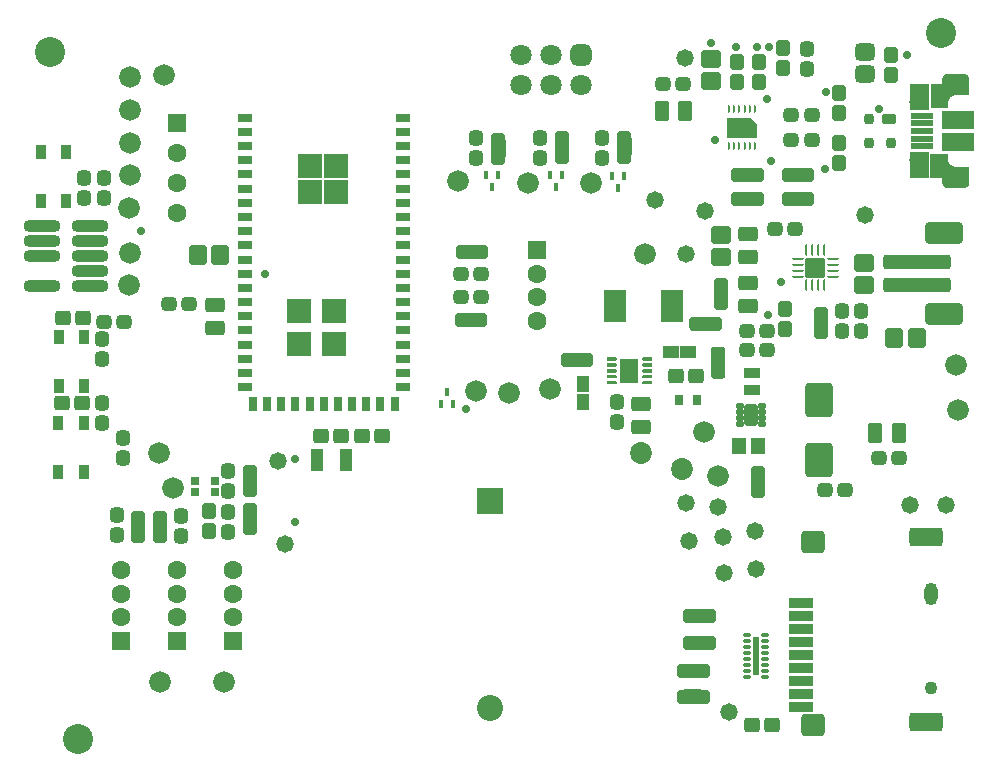
<source format=gts>
G04*
G04 #@! TF.GenerationSoftware,Altium Limited,Altium Designer,24.1.2 (44)*
G04*
G04 Layer_Color=8388736*
%FSLAX44Y44*%
%MOMM*%
G71*
G04*
G04 #@! TF.SameCoordinates,E849002E-D005-4F9B-B670-832AB9F5597C*
G04*
G04*
G04 #@! TF.FilePolarity,Negative*
G04*
G01*
G75*
%ADD25R,1.1000X1.9000*%
%ADD26R,0.4600X0.6500*%
%ADD37R,0.8000X0.9000*%
%ADD38R,1.3311X1.0121*%
G04:AMPARAMS|DCode=42|XSize=3.3mm|YSize=0.45mm|CornerRadius=0.045mm|HoleSize=0mm|Usage=FLASHONLY|Rotation=270.000|XOffset=0mm|YOffset=0mm|HoleType=Round|Shape=RoundedRectangle|*
%AMROUNDEDRECTD42*
21,1,3.3000,0.3600,0,0,270.0*
21,1,3.2100,0.4500,0,0,270.0*
1,1,0.0900,-0.1800,-1.6050*
1,1,0.0900,-0.1800,1.6050*
1,1,0.0900,0.1800,1.6050*
1,1,0.0900,0.1800,-1.6050*
%
%ADD42ROUNDEDRECTD42*%
G04:AMPARAMS|DCode=43|XSize=0.3mm|YSize=0.63mm|CornerRadius=0.03mm|HoleSize=0mm|Usage=FLASHONLY|Rotation=270.000|XOffset=0mm|YOffset=0mm|HoleType=Round|Shape=RoundedRectangle|*
%AMROUNDEDRECTD43*
21,1,0.3000,0.5700,0,0,270.0*
21,1,0.2400,0.6300,0,0,270.0*
1,1,0.0600,-0.2850,-0.1200*
1,1,0.0600,-0.2850,0.1200*
1,1,0.0600,0.2850,0.1200*
1,1,0.0600,0.2850,-0.1200*
%
%ADD43ROUNDEDRECTD43*%
G04:AMPARAMS|DCode=51|XSize=0.966mm|YSize=0.2393mm|CornerRadius=0.0598mm|HoleSize=0mm|Usage=FLASHONLY|Rotation=180.000|XOffset=0mm|YOffset=0mm|HoleType=Round|Shape=RoundedRectangle|*
%AMROUNDEDRECTD51*
21,1,0.9660,0.1196,0,0,180.0*
21,1,0.8464,0.2393,0,0,180.0*
1,1,0.1196,-0.4232,0.0598*
1,1,0.1196,0.4232,0.0598*
1,1,0.1196,0.4232,-0.0598*
1,1,0.1196,-0.4232,-0.0598*
%
%ADD51ROUNDEDRECTD51*%
G04:AMPARAMS|DCode=52|XSize=0.2393mm|YSize=0.966mm|CornerRadius=0.0598mm|HoleSize=0mm|Usage=FLASHONLY|Rotation=180.000|XOffset=0mm|YOffset=0mm|HoleType=Round|Shape=RoundedRectangle|*
%AMROUNDEDRECTD52*
21,1,0.2393,0.8464,0,0,180.0*
21,1,0.1196,0.9660,0,0,180.0*
1,1,0.1196,-0.0598,0.4232*
1,1,0.1196,0.0598,0.4232*
1,1,0.1196,0.0598,-0.4232*
1,1,0.1196,-0.0598,-0.4232*
%
%ADD52ROUNDEDRECTD52*%
%ADD53R,1.9050X2.7900*%
%ADD56R,1.0121X1.3311*%
%ADD58R,1.3500X0.9500*%
%ADD59R,1.2546X1.4562*%
%ADD63R,1.3000X0.8000*%
%ADD64R,0.8000X1.3000*%
%ADD65R,2.1000X2.1000*%
G04:AMPARAMS|DCode=66|XSize=1.2032mm|YSize=1.3032mm|CornerRadius=0.2266mm|HoleSize=0mm|Usage=FLASHONLY|Rotation=270.000|XOffset=0mm|YOffset=0mm|HoleType=Round|Shape=RoundedRectangle|*
%AMROUNDEDRECTD66*
21,1,1.2032,0.8500,0,0,270.0*
21,1,0.7500,1.3032,0,0,270.0*
1,1,0.4532,-0.4250,-0.3750*
1,1,0.4532,-0.4250,0.3750*
1,1,0.4532,0.4250,0.3750*
1,1,0.4532,0.4250,-0.3750*
%
%ADD66ROUNDEDRECTD66*%
G04:AMPARAMS|DCode=67|XSize=0.65mm|YSize=0.25mm|CornerRadius=0.0625mm|HoleSize=0mm|Usage=FLASHONLY|Rotation=270.000|XOffset=0mm|YOffset=0mm|HoleType=Round|Shape=RoundedRectangle|*
%AMROUNDEDRECTD67*
21,1,0.6500,0.1250,0,0,270.0*
21,1,0.5250,0.2500,0,0,270.0*
1,1,0.1250,-0.0625,-0.2625*
1,1,0.1250,-0.0625,0.2625*
1,1,0.1250,0.0625,0.2625*
1,1,0.1250,0.0625,-0.2625*
%
%ADD67ROUNDEDRECTD67*%
G04:AMPARAMS|DCode=68|XSize=1.1938mm|YSize=1.2954mm|CornerRadius=0.3493mm|HoleSize=0mm|Usage=FLASHONLY|Rotation=270.000|XOffset=0mm|YOffset=0mm|HoleType=Round|Shape=RoundedRectangle|*
%AMROUNDEDRECTD68*
21,1,1.1938,0.5969,0,0,270.0*
21,1,0.4953,1.2954,0,0,270.0*
1,1,0.6985,-0.2985,-0.2477*
1,1,0.6985,-0.2985,0.2477*
1,1,0.6985,0.2985,0.2477*
1,1,0.6985,0.2985,-0.2477*
%
%ADD68ROUNDEDRECTD68*%
G04:AMPARAMS|DCode=69|XSize=1.1938mm|YSize=1.2954mm|CornerRadius=0.3493mm|HoleSize=0mm|Usage=FLASHONLY|Rotation=0.000|XOffset=0mm|YOffset=0mm|HoleType=Round|Shape=RoundedRectangle|*
%AMROUNDEDRECTD69*
21,1,1.1938,0.5969,0,0,0.0*
21,1,0.4953,1.2954,0,0,0.0*
1,1,0.6985,0.2477,-0.2985*
1,1,0.6985,-0.2477,-0.2985*
1,1,0.6985,-0.2477,0.2985*
1,1,0.6985,0.2477,0.2985*
%
%ADD69ROUNDEDRECTD69*%
%ADD70C,2.5400*%
G04:AMPARAMS|DCode=71|XSize=1.016mm|YSize=1.2192mm|CornerRadius=0.3048mm|HoleSize=0mm|Usage=FLASHONLY|Rotation=270.000|XOffset=0mm|YOffset=0mm|HoleType=Round|Shape=RoundedRectangle|*
%AMROUNDEDRECTD71*
21,1,1.0160,0.6096,0,0,270.0*
21,1,0.4064,1.2192,0,0,270.0*
1,1,0.6096,-0.3048,-0.2032*
1,1,0.6096,-0.3048,0.2032*
1,1,0.6096,0.3048,0.2032*
1,1,0.6096,0.3048,-0.2032*
%
%ADD71ROUNDEDRECTD71*%
%ADD72R,0.7032X0.7032*%
G04:AMPARAMS|DCode=73|XSize=1.2032mm|YSize=1.3032mm|CornerRadius=0.2266mm|HoleSize=0mm|Usage=FLASHONLY|Rotation=0.000|XOffset=0mm|YOffset=0mm|HoleType=Round|Shape=RoundedRectangle|*
%AMROUNDEDRECTD73*
21,1,1.2032,0.8500,0,0,0.0*
21,1,0.7500,1.3032,0,0,0.0*
1,1,0.4532,0.3750,-0.4250*
1,1,0.4532,-0.3750,-0.4250*
1,1,0.4532,-0.3750,0.4250*
1,1,0.4532,0.3750,0.4250*
%
%ADD73ROUNDEDRECTD73*%
%ADD74R,0.8532X1.2532*%
G04:AMPARAMS|DCode=75|XSize=0.9431mm|YSize=2.9931mm|CornerRadius=0.2866mm|HoleSize=0mm|Usage=FLASHONLY|Rotation=270.000|XOffset=0mm|YOffset=0mm|HoleType=Round|Shape=RoundedRectangle|*
%AMROUNDEDRECTD75*
21,1,0.9431,2.4200,0,0,270.0*
21,1,0.3700,2.9931,0,0,270.0*
1,1,0.5732,-1.2100,-0.1850*
1,1,0.5732,-1.2100,0.1850*
1,1,0.5732,1.2100,0.1850*
1,1,0.5732,1.2100,-0.1850*
%
%ADD75ROUNDEDRECTD75*%
G04:AMPARAMS|DCode=76|XSize=1.7032mm|YSize=1.5032mm|CornerRadius=0.2641mm|HoleSize=0mm|Usage=FLASHONLY|Rotation=270.000|XOffset=0mm|YOffset=0mm|HoleType=Round|Shape=RoundedRectangle|*
%AMROUNDEDRECTD76*
21,1,1.7032,0.9750,0,0,270.0*
21,1,1.1750,1.5032,0,0,270.0*
1,1,0.5282,-0.4875,-0.5875*
1,1,0.5282,-0.4875,0.5875*
1,1,0.5282,0.4875,0.5875*
1,1,0.5282,0.4875,-0.5875*
%
%ADD76ROUNDEDRECTD76*%
G04:AMPARAMS|DCode=77|XSize=1.2132mm|YSize=1.6732mm|CornerRadius=0.2279mm|HoleSize=0mm|Usage=FLASHONLY|Rotation=270.000|XOffset=0mm|YOffset=0mm|HoleType=Round|Shape=RoundedRectangle|*
%AMROUNDEDRECTD77*
21,1,1.2132,1.2175,0,0,270.0*
21,1,0.7575,1.6732,0,0,270.0*
1,1,0.4557,-0.6088,-0.3787*
1,1,0.4557,-0.6088,0.3787*
1,1,0.4557,0.6088,0.3787*
1,1,0.4557,0.6088,-0.3787*
%
%ADD77ROUNDEDRECTD77*%
G04:AMPARAMS|DCode=78|XSize=1.2132mm|YSize=1.6732mm|CornerRadius=0.2279mm|HoleSize=0mm|Usage=FLASHONLY|Rotation=0.000|XOffset=0mm|YOffset=0mm|HoleType=Round|Shape=RoundedRectangle|*
%AMROUNDEDRECTD78*
21,1,1.2132,1.2175,0,0,0.0*
21,1,0.7575,1.6732,0,0,0.0*
1,1,0.4557,0.3787,-0.6088*
1,1,0.4557,-0.3787,-0.6088*
1,1,0.4557,-0.3787,0.6088*
1,1,0.4557,0.3787,0.6088*
%
%ADD78ROUNDEDRECTD78*%
G04:AMPARAMS|DCode=79|XSize=1.7032mm|YSize=1.5032mm|CornerRadius=0.2641mm|HoleSize=0mm|Usage=FLASHONLY|Rotation=180.000|XOffset=0mm|YOffset=0mm|HoleType=Round|Shape=RoundedRectangle|*
%AMROUNDEDRECTD79*
21,1,1.7032,0.9750,0,0,180.0*
21,1,1.1750,1.5032,0,0,180.0*
1,1,0.5282,-0.5875,0.4875*
1,1,0.5282,0.5875,0.4875*
1,1,0.5282,0.5875,-0.4875*
1,1,0.5282,-0.5875,-0.4875*
%
%ADD79ROUNDEDRECTD79*%
%ADD80C,1.4732*%
G04:AMPARAMS|DCode=81|XSize=1.6032mm|YSize=2.8032mm|CornerRadius=0.2766mm|HoleSize=0mm|Usage=FLASHONLY|Rotation=90.000|XOffset=0mm|YOffset=0mm|HoleType=Round|Shape=RoundedRectangle|*
%AMROUNDEDRECTD81*
21,1,1.6032,2.2500,0,0,90.0*
21,1,1.0500,2.8032,0,0,90.0*
1,1,0.5532,1.1250,0.5250*
1,1,0.5532,1.1250,-0.5250*
1,1,0.5532,-1.1250,-0.5250*
1,1,0.5532,-1.1250,0.5250*
%
%ADD81ROUNDEDRECTD81*%
G04:AMPARAMS|DCode=82|XSize=0.9032mm|YSize=2.1032mm|CornerRadius=0.1891mm|HoleSize=0mm|Usage=FLASHONLY|Rotation=90.000|XOffset=0mm|YOffset=0mm|HoleType=Round|Shape=RoundedRectangle|*
%AMROUNDEDRECTD82*
21,1,0.9032,1.7250,0,0,90.0*
21,1,0.5250,2.1032,0,0,90.0*
1,1,0.3782,0.8625,0.2625*
1,1,0.3782,0.8625,-0.2625*
1,1,0.3782,-0.8625,-0.2625*
1,1,0.3782,-0.8625,0.2625*
%
%ADD82ROUNDEDRECTD82*%
G04:AMPARAMS|DCode=83|XSize=1.9032mm|YSize=2.0032mm|CornerRadius=0.3141mm|HoleSize=0mm|Usage=FLASHONLY|Rotation=90.000|XOffset=0mm|YOffset=0mm|HoleType=Round|Shape=RoundedRectangle|*
%AMROUNDEDRECTD83*
21,1,1.9032,1.3750,0,0,90.0*
21,1,1.2750,2.0032,0,0,90.0*
1,1,0.6282,0.6875,0.6375*
1,1,0.6282,0.6875,-0.6375*
1,1,0.6282,-0.6875,-0.6375*
1,1,0.6282,-0.6875,0.6375*
%
%ADD83ROUNDEDRECTD83*%
G04:AMPARAMS|DCode=84|XSize=1.016mm|YSize=1.2192mm|CornerRadius=0.3048mm|HoleSize=0mm|Usage=FLASHONLY|Rotation=0.000|XOffset=0mm|YOffset=0mm|HoleType=Round|Shape=RoundedRectangle|*
%AMROUNDEDRECTD84*
21,1,1.0160,0.6096,0,0,0.0*
21,1,0.4064,1.2192,0,0,0.0*
1,1,0.6096,0.2032,-0.3048*
1,1,0.6096,-0.2032,-0.3048*
1,1,0.6096,-0.2032,0.3048*
1,1,0.6096,0.2032,0.3048*
%
%ADD84ROUNDEDRECTD84*%
G04:AMPARAMS|DCode=85|XSize=2.4032mm|YSize=2.9032mm|CornerRadius=0.3766mm|HoleSize=0mm|Usage=FLASHONLY|Rotation=0.000|XOffset=0mm|YOffset=0mm|HoleType=Round|Shape=RoundedRectangle|*
%AMROUNDEDRECTD85*
21,1,2.4032,2.1500,0,0,0.0*
21,1,1.6500,2.9032,0,0,0.0*
1,1,0.7532,0.8250,-1.0750*
1,1,0.7532,-0.8250,-1.0750*
1,1,0.7532,-0.8250,1.0750*
1,1,0.7532,0.8250,1.0750*
%
%ADD85ROUNDEDRECTD85*%
%ADD86R,1.9532X0.6032*%
%ADD87R,2.7032X1.5782*%
G04:AMPARAMS|DCode=88|XSize=1.6637mm|YSize=1.6637mm|CornerRadius=0.0499mm|HoleSize=0mm|Usage=FLASHONLY|Rotation=180.000|XOffset=0mm|YOffset=0mm|HoleType=Round|Shape=RoundedRectangle|*
%AMROUNDEDRECTD88*
21,1,1.6637,1.5639,0,0,180.0*
21,1,1.5639,1.6637,0,0,180.0*
1,1,0.0998,-0.7819,0.7819*
1,1,0.0998,0.7819,0.7819*
1,1,0.0998,0.7819,-0.7819*
1,1,0.0998,-0.7819,-0.7819*
%
%ADD88ROUNDEDRECTD88*%
%ADD89C,1.8542*%
G04:AMPARAMS|DCode=90|XSize=1.2032mm|YSize=5.7032mm|CornerRadius=0.2266mm|HoleSize=0mm|Usage=FLASHONLY|Rotation=270.000|XOffset=0mm|YOffset=0mm|HoleType=Round|Shape=RoundedRectangle|*
%AMROUNDEDRECTD90*
21,1,1.2032,5.2500,0,0,270.0*
21,1,0.7500,5.7032,0,0,270.0*
1,1,0.4532,-2.6250,-0.3750*
1,1,0.4532,-2.6250,0.3750*
1,1,0.4532,2.6250,0.3750*
1,1,0.4532,2.6250,-0.3750*
%
%ADD90ROUNDEDRECTD90*%
G04:AMPARAMS|DCode=91|XSize=1.8032mm|YSize=3.2032mm|CornerRadius=0.3016mm|HoleSize=0mm|Usage=FLASHONLY|Rotation=270.000|XOffset=0mm|YOffset=0mm|HoleType=Round|Shape=RoundedRectangle|*
%AMROUNDEDRECTD91*
21,1,1.8032,2.6000,0,0,270.0*
21,1,1.2000,3.2032,0,0,270.0*
1,1,0.6032,-1.3000,-0.6000*
1,1,0.6032,-1.3000,0.6000*
1,1,0.6032,1.3000,0.6000*
1,1,0.6032,1.3000,-0.6000*
%
%ADD91ROUNDEDRECTD91*%
%ADD92C,0.2520*%
%ADD93R,1.6000X2.1500*%
G04:AMPARAMS|DCode=94|XSize=0.4532mm|YSize=0.7032mm|CornerRadius=0.1516mm|HoleSize=0mm|Usage=FLASHONLY|Rotation=90.000|XOffset=0mm|YOffset=0mm|HoleType=Round|Shape=RoundedRectangle|*
%AMROUNDEDRECTD94*
21,1,0.4532,0.4000,0,0,90.0*
21,1,0.1500,0.7032,0,0,90.0*
1,1,0.3032,0.2000,0.0750*
1,1,0.3032,0.2000,-0.0750*
1,1,0.3032,-0.2000,-0.0750*
1,1,0.3032,-0.2000,0.0750*
%
%ADD94ROUNDEDRECTD94*%
G04:AMPARAMS|DCode=95|XSize=1.1032mm|YSize=1.8032mm|CornerRadius=0.1511mm|HoleSize=0mm|Usage=FLASHONLY|Rotation=0.000|XOffset=0mm|YOffset=0mm|HoleType=Round|Shape=RoundedRectangle|*
%AMROUNDEDRECTD95*
21,1,1.1032,1.5010,0,0,0.0*
21,1,0.8010,1.8032,0,0,0.0*
1,1,0.3022,0.4005,-0.7505*
1,1,0.3022,-0.4005,-0.7505*
1,1,0.3022,-0.4005,0.7505*
1,1,0.3022,0.4005,0.7505*
%
%ADD95ROUNDEDRECTD95*%
G04:AMPARAMS|DCode=96|XSize=0.9032mm|YSize=0.8032mm|CornerRadius=0.2516mm|HoleSize=0mm|Usage=FLASHONLY|Rotation=270.000|XOffset=0mm|YOffset=0mm|HoleType=Round|Shape=RoundedRectangle|*
%AMROUNDEDRECTD96*
21,1,0.9032,0.3000,0,0,270.0*
21,1,0.4000,0.8032,0,0,270.0*
1,1,0.5032,-0.1500,-0.2000*
1,1,0.5032,-0.1500,0.2000*
1,1,0.5032,0.1500,0.2000*
1,1,0.5032,0.1500,-0.2000*
%
%ADD96ROUNDEDRECTD96*%
G04:AMPARAMS|DCode=97|XSize=0.9032mm|YSize=1.2032mm|CornerRadius=0.2766mm|HoleSize=0mm|Usage=FLASHONLY|Rotation=270.000|XOffset=0mm|YOffset=0mm|HoleType=Round|Shape=RoundedRectangle|*
%AMROUNDEDRECTD97*
21,1,0.9032,0.6500,0,0,270.0*
21,1,0.3500,1.2032,0,0,270.0*
1,1,0.5532,-0.3250,-0.1750*
1,1,0.5532,-0.3250,0.1750*
1,1,0.5532,0.3250,0.1750*
1,1,0.5532,0.3250,-0.1750*
%
%ADD97ROUNDEDRECTD97*%
G04:AMPARAMS|DCode=98|XSize=1.7032mm|YSize=1.5032mm|CornerRadius=0.4266mm|HoleSize=0mm|Usage=FLASHONLY|Rotation=180.000|XOffset=0mm|YOffset=0mm|HoleType=Round|Shape=RoundedRectangle|*
%AMROUNDEDRECTD98*
21,1,1.7032,0.6500,0,0,180.0*
21,1,0.8500,1.5032,0,0,180.0*
1,1,0.8532,-0.4250,0.3250*
1,1,0.8532,0.4250,0.3250*
1,1,0.8532,0.4250,-0.3250*
1,1,0.8532,-0.4250,-0.3250*
%
%ADD98ROUNDEDRECTD98*%
%ADD99R,2.2032X2.2032*%
%ADD100C,2.2032*%
%ADD101C,1.8032*%
G04:AMPARAMS|DCode=102|XSize=1.8032mm|YSize=1.8032mm|CornerRadius=0.5016mm|HoleSize=0mm|Usage=FLASHONLY|Rotation=180.000|XOffset=0mm|YOffset=0mm|HoleType=Round|Shape=RoundedRectangle|*
%AMROUNDEDRECTD102*
21,1,1.8032,0.8000,0,0,180.0*
21,1,0.8000,1.8032,0,0,180.0*
1,1,1.0032,-0.4000,0.4000*
1,1,1.0032,0.4000,0.4000*
1,1,1.0032,0.4000,-0.4000*
1,1,1.0032,-0.4000,-0.4000*
%
%ADD102ROUNDEDRECTD102*%
%ADD103R,1.6032X1.6032*%
%ADD104C,1.6032*%
%ADD105C,1.8288*%
%ADD106R,1.6012X1.6012*%
%ADD107C,1.6012*%
%ADD108O,1.1032X1.9032*%
%ADD109C,1.1032*%
%ADD110O,1.6632X1.2032*%
%ADD111O,2.0032X1.2032*%
%ADD112C,0.7532*%
%ADD113C,0.7032*%
%ADD114C,0.7112*%
%ADD115C,0.5080*%
%ADD116C,0.5000*%
%ADD117C,0.6400*%
G36*
X818887Y585247D02*
X819147Y585227D01*
X819407Y585197D01*
X819667Y585147D01*
X819917Y585087D01*
X820177Y585017D01*
X820417Y584927D01*
X820657Y584827D01*
X820897Y584717D01*
X821127Y584587D01*
X821347Y584447D01*
X821567Y584307D01*
X821777Y584147D01*
X821977Y583977D01*
X822167Y583797D01*
X822347Y583607D01*
X822517Y583407D01*
X822677Y583197D01*
X822817Y582977D01*
X822957Y582757D01*
X823087Y582527D01*
X823197Y582287D01*
X823297Y582047D01*
X823387Y581807D01*
X823457Y581547D01*
X823517Y581297D01*
X823567Y581037D01*
X823597Y580777D01*
X823617Y580517D01*
X823627Y580257D01*
Y567007D01*
X812127D01*
X811787Y566997D01*
X811447Y566967D01*
X811107Y566927D01*
X810777Y566867D01*
X810447Y566787D01*
X810117Y566687D01*
X809797Y566577D01*
X809487Y566447D01*
X809177Y566297D01*
X808877Y566137D01*
X808587Y565957D01*
X808307Y565767D01*
X808037Y565557D01*
X807777Y565337D01*
X807527Y565107D01*
X807297Y564857D01*
X807077Y564597D01*
X806867Y564327D01*
X806677Y564047D01*
X806497Y563757D01*
X806337Y563457D01*
X806187Y563147D01*
X806057Y562837D01*
X805947Y562517D01*
X805847Y562187D01*
X805767Y561857D01*
X805707Y561527D01*
X805667Y561187D01*
X805637Y560847D01*
X805627Y560507D01*
Y556507D01*
X790836D01*
Y576757D01*
X800627D01*
Y580257D01*
X800637Y580517D01*
X800657Y580777D01*
X800687Y581037D01*
X800737Y581297D01*
X800797Y581547D01*
X800867Y581807D01*
X800957Y582047D01*
X801057Y582287D01*
X801167Y582527D01*
X801297Y582757D01*
X801437Y582977D01*
X801577Y583197D01*
X801737Y583407D01*
X801907Y583607D01*
X802087Y583797D01*
X802277Y583977D01*
X802477Y584147D01*
X802687Y584307D01*
X802907Y584447D01*
X803127Y584587D01*
X803357Y584717D01*
X803597Y584827D01*
X803837Y584927D01*
X804077Y585017D01*
X804337Y585087D01*
X804587Y585147D01*
X804847Y585197D01*
X805107Y585227D01*
X805367Y585247D01*
X805627Y585257D01*
X818627D01*
X818887Y585247D01*
D02*
G37*
G36*
X789627Y554757D02*
X773027D01*
Y576757D01*
X789627D01*
Y554757D01*
D02*
G37*
G36*
X643747Y543072D02*
Y531172D01*
X618747D01*
Y548172D01*
X638647D01*
X643747Y543072D01*
D02*
G37*
G36*
X537703Y526185D02*
Y516533D01*
X525511D01*
Y526185D01*
Y530821D01*
X537703D01*
Y526185D01*
D02*
G37*
G36*
X484664D02*
Y516533D01*
X472472D01*
Y526185D01*
Y530821D01*
X484664D01*
Y526185D01*
D02*
G37*
G36*
X431074Y524803D02*
Y515151D01*
X418882D01*
Y524803D01*
Y529438D01*
X431074D01*
Y524803D01*
D02*
G37*
G36*
X789627Y496757D02*
X773027D01*
Y518757D01*
X789627D01*
Y496757D01*
D02*
G37*
G36*
X684495Y499382D02*
Y493286D01*
X670208D01*
Y505478D01*
X684495D01*
Y499382D01*
D02*
G37*
G36*
X642061D02*
Y493286D01*
X627773D01*
Y505478D01*
X642061D01*
Y499382D01*
D02*
G37*
G36*
X805627Y513007D02*
X805637Y512667D01*
X805667Y512327D01*
X805707Y511987D01*
X805767Y511657D01*
X805847Y511327D01*
X805947Y510997D01*
X806057Y510677D01*
X806187Y510367D01*
X806337Y510057D01*
X806497Y509757D01*
X806677Y509467D01*
X806867Y509187D01*
X807077Y508917D01*
X807297Y508657D01*
X807527Y508407D01*
X807777Y508177D01*
X808037Y507957D01*
X808307Y507747D01*
X808587Y507557D01*
X808877Y507377D01*
X809177Y507217D01*
X809487Y507067D01*
X809797Y506937D01*
X810117Y506827D01*
X810447Y506727D01*
X810777Y506647D01*
X811107Y506587D01*
X811447Y506547D01*
X811787Y506517D01*
X812127Y506507D01*
X823627D01*
Y493257D01*
X823617Y492997D01*
X823597Y492737D01*
X823567Y492477D01*
X823517Y492217D01*
X823457Y491967D01*
X823387Y491707D01*
X823297Y491467D01*
X823197Y491227D01*
X823087Y490987D01*
X822957Y490757D01*
X822817Y490537D01*
X822677Y490317D01*
X822517Y490107D01*
X822347Y489907D01*
X822167Y489717D01*
X821977Y489537D01*
X821777Y489367D01*
X821567Y489207D01*
X821347Y489067D01*
X821127Y488927D01*
X820897Y488797D01*
X820657Y488687D01*
X820417Y488587D01*
X820177Y488497D01*
X819917Y488427D01*
X819667Y488367D01*
X819407Y488317D01*
X819147Y488287D01*
X818887Y488267D01*
X818627Y488257D01*
X805627D01*
X805367Y488267D01*
X805107Y488287D01*
X804847Y488317D01*
X804587Y488367D01*
X804337Y488427D01*
X804077Y488497D01*
X803837Y488587D01*
X803597Y488687D01*
X803357Y488797D01*
X803127Y488927D01*
X802907Y489067D01*
X802687Y489207D01*
X802477Y489367D01*
X802277Y489537D01*
X802087Y489717D01*
X801907Y489907D01*
X801737Y490107D01*
X801577Y490317D01*
X801437Y490537D01*
X801297Y490757D01*
X801167Y490987D01*
X801057Y491227D01*
X800957Y491467D01*
X800867Y491707D01*
X800797Y491967D01*
X800737Y492217D01*
X800687Y492477D01*
X800657Y492737D01*
X800637Y492997D01*
X800627Y493257D01*
Y496757D01*
X790681D01*
Y517007D01*
X805627D01*
Y513007D01*
D02*
G37*
G36*
X644029Y473143D02*
X629742D01*
Y479239D01*
Y485335D01*
X644029D01*
Y473143D01*
D02*
G37*
G36*
X686464Y473109D02*
X672176D01*
Y479205D01*
Y485301D01*
X686464D01*
Y473109D01*
D02*
G37*
G36*
X408800Y434531D02*
Y428435D01*
X394513D01*
Y440627D01*
X408800D01*
Y434531D01*
D02*
G37*
G36*
X619255Y402298D02*
Y392646D01*
X607063D01*
Y402298D01*
Y406934D01*
X619255D01*
Y402298D01*
D02*
G37*
G36*
X611092Y379553D02*
X611125D01*
X611158Y379548D01*
X611191Y379546D01*
X611224Y379540D01*
X611257Y379535D01*
X611650Y379457D01*
X611682Y379449D01*
X611714Y379442D01*
X611746Y379431D01*
X611778Y379423D01*
X611809Y379410D01*
X611841Y379399D01*
X612210Y379246D01*
X612240Y379231D01*
X612271Y379219D01*
X612300Y379202D01*
X612330Y379187D01*
X612357Y379169D01*
X612386Y379152D01*
X612719Y378930D01*
X612746Y378909D01*
X612773Y378891D01*
X612798Y378869D01*
X612825Y378849D01*
X612849Y378825D01*
X612873Y378803D01*
X613157Y378520D01*
X613179Y378495D01*
X613202Y378471D01*
X613222Y378445D01*
X613244Y378420D01*
X613263Y378392D01*
X613283Y378366D01*
X613506Y378033D01*
X613522Y378004D01*
X613541Y377976D01*
X613555Y377947D01*
X613572Y377918D01*
X613585Y377887D01*
X613600Y377857D01*
X613753Y377487D01*
X613764Y377455D01*
X613776Y377425D01*
X613785Y377393D01*
X613796Y377361D01*
X613802Y377328D01*
X613811Y377296D01*
X613889Y376904D01*
X613893Y376871D01*
X613900Y376838D01*
X613902Y376805D01*
X613906Y376772D01*
Y376738D01*
X613908Y376705D01*
Y376505D01*
Y370409D01*
Y370209D01*
X613906Y370175D01*
Y370142D01*
X613902Y370109D01*
X613900Y370076D01*
X613893Y370043D01*
X613889Y370010D01*
X613811Y369617D01*
X613802Y369585D01*
X613796Y369553D01*
X613785Y369521D01*
X613776Y369489D01*
X613764Y369458D01*
X613753Y369426D01*
X613600Y369057D01*
X613585Y369027D01*
X613572Y368996D01*
X613555Y368967D01*
X613541Y368937D01*
X613522Y368909D01*
X613506Y368881D01*
X613283Y368548D01*
X613263Y368521D01*
X613244Y368494D01*
X613222Y368469D01*
X613202Y368442D01*
X613178Y368418D01*
X613157Y368394D01*
X612873Y368110D01*
X612848Y368088D01*
X612825Y368065D01*
X612799Y368045D01*
X612773Y368023D01*
X612746Y368004D01*
X612719Y367984D01*
X612386Y367761D01*
X612357Y367745D01*
X612330Y367726D01*
X612300Y367712D01*
X612271Y367695D01*
X612240Y367682D01*
X612210Y367667D01*
X611841Y367514D01*
X611809Y367504D01*
X611778Y367491D01*
X611746Y367482D01*
X611714Y367471D01*
X611682Y367465D01*
X611650Y367456D01*
X611257Y367378D01*
X611224Y367374D01*
X611191Y367367D01*
X611158Y367365D01*
X611125Y367361D01*
X611092D01*
X611058Y367359D01*
X603746D01*
X603713Y367361D01*
X601240D01*
X601206Y367359D01*
X589449D01*
X589416Y367361D01*
X589383D01*
X589350Y367365D01*
X589316Y367367D01*
X589283Y367374D01*
X589250Y367378D01*
X588858Y367456D01*
X588826Y367465D01*
X588793Y367471D01*
X588761Y367482D01*
X588729Y367491D01*
X588699Y367504D01*
X588667Y367514D01*
X588297Y367667D01*
X588267Y367682D01*
X588236Y367695D01*
X588208Y367711D01*
X588178Y367726D01*
X588150Y367745D01*
X588121Y367761D01*
X587788Y367984D01*
X587762Y368004D01*
X587734Y368023D01*
X587709Y368045D01*
X587683Y368065D01*
X587659Y368088D01*
X587634Y368110D01*
X587351Y368394D01*
X587329Y368419D01*
X587305Y368442D01*
X587285Y368469D01*
X587263Y368494D01*
X587245Y368521D01*
X587224Y368548D01*
X587002Y368881D01*
X586985Y368909D01*
X586967Y368937D01*
X586952Y368967D01*
X586935Y368996D01*
X586922Y369027D01*
X586908Y369057D01*
X586755Y369426D01*
X586744Y369458D01*
X586731Y369489D01*
X586723Y369521D01*
X586712Y369553D01*
X586705Y369585D01*
X586697Y369617D01*
X586619Y370010D01*
X586614Y370043D01*
X586608Y370076D01*
X586606Y370109D01*
X586601Y370142D01*
Y370175D01*
X586599Y370209D01*
Y370409D01*
Y376505D01*
Y376705D01*
X586601Y376738D01*
Y376772D01*
X586606Y376805D01*
X586608Y376838D01*
X586614Y376871D01*
X586619Y376904D01*
X586697Y377296D01*
X586705Y377328D01*
X586712Y377361D01*
X586723Y377393D01*
X586731Y377425D01*
X586744Y377455D01*
X586755Y377487D01*
X586908Y377857D01*
X586923Y377887D01*
X586935Y377918D01*
X586952Y377946D01*
X586967Y377976D01*
X586985Y378004D01*
X587002Y378033D01*
X587224Y378366D01*
X587244Y378392D01*
X587263Y378420D01*
X587285Y378445D01*
X587305Y378471D01*
X587329Y378495D01*
X587351Y378520D01*
X587634Y378803D01*
X587659Y378825D01*
X587683Y378849D01*
X587709Y378869D01*
X587734Y378891D01*
X587762Y378909D01*
X587788Y378930D01*
X588121Y379152D01*
X588150Y379169D01*
X588178Y379187D01*
X588207Y379202D01*
X588236Y379219D01*
X588267Y379231D01*
X588297Y379246D01*
X588667Y379399D01*
X588699Y379410D01*
X588729Y379423D01*
X588761Y379431D01*
X588793Y379442D01*
X588826Y379449D01*
X588858Y379457D01*
X589250Y379535D01*
X589283Y379540D01*
X589316Y379546D01*
X589350Y379548D01*
X589383Y379553D01*
X589416D01*
X589449Y379555D01*
X601206D01*
X601240Y379553D01*
X603713D01*
X603746Y379555D01*
X611058D01*
X611092Y379553D01*
D02*
G37*
G36*
X408102Y376905D02*
Y370809D01*
X393815D01*
Y383001D01*
X408102D01*
Y376905D01*
D02*
G37*
G36*
X704183Y370551D02*
Y365916D01*
X691991D01*
Y370551D01*
Y380203D01*
X704183D01*
Y370551D01*
D02*
G37*
G36*
X554599Y342244D02*
X547470D01*
X546955Y342457D01*
X546562Y342851D01*
X546348Y343366D01*
Y343644D01*
Y343923D01*
X546562Y344437D01*
X546955Y344831D01*
X547470Y345044D01*
X554599D01*
Y342244D01*
D02*
G37*
G36*
X524742Y344831D02*
X525135Y344437D01*
X525349Y343923D01*
Y343644D01*
Y343366D01*
X525135Y342851D01*
X524742Y342457D01*
X524227Y342244D01*
X517099D01*
Y345044D01*
X524227D01*
X524742Y344831D01*
D02*
G37*
G36*
X554599Y337244D02*
X547470D01*
X546955Y337457D01*
X546562Y337851D01*
X546348Y338366D01*
Y338644D01*
Y338923D01*
X546562Y339437D01*
X546955Y339831D01*
X547470Y340044D01*
X547748D01*
Y340044D01*
X554599D01*
Y337244D01*
D02*
G37*
G36*
X524742Y339831D02*
X525135Y339437D01*
X525349Y338923D01*
Y338644D01*
X525349Y338366D01*
X525135Y337851D01*
X524742Y337457D01*
X524227Y337244D01*
X517099D01*
Y340044D01*
X524227D01*
X524742Y339831D01*
D02*
G37*
G36*
X499430Y336752D02*
X485143D01*
Y342848D01*
Y348944D01*
X499430D01*
Y336752D01*
D02*
G37*
G36*
X554599Y332244D02*
X547470D01*
X546955Y332457D01*
X546562Y332851D01*
X546348Y333366D01*
Y333644D01*
Y333923D01*
X546562Y334437D01*
X546955Y334831D01*
X547470Y335044D01*
X554599D01*
Y332244D01*
D02*
G37*
G36*
X524742Y334831D02*
X525135Y334437D01*
X525349Y333923D01*
Y333644D01*
Y333366D01*
X525135Y332851D01*
X524742Y332457D01*
X524227Y332244D01*
X517099D01*
Y335044D01*
X524227D01*
X524742Y334831D01*
D02*
G37*
G36*
X554599Y327244D02*
X547470D01*
X546955Y327457D01*
X546562Y327851D01*
X546348Y328366D01*
Y328644D01*
X546348Y328923D01*
X546562Y329437D01*
X546955Y329831D01*
X547470Y330044D01*
X554599D01*
Y327244D01*
D02*
G37*
G36*
X524742Y329831D02*
X525135Y329437D01*
X525349Y328923D01*
Y328644D01*
Y328366D01*
X525135Y327851D01*
X524742Y327457D01*
X524227Y327244D01*
X523949D01*
Y327244D01*
X517099D01*
Y330044D01*
X524227D01*
X524742Y329831D01*
D02*
G37*
G36*
X614178Y354161D02*
X614211D01*
X614244Y354157D01*
X614277Y354155D01*
X614310Y354148D01*
X614343Y354144D01*
X614736Y354066D01*
X614768Y354057D01*
X614801Y354051D01*
X614832Y354040D01*
X614865Y354031D01*
X614895Y354019D01*
X614927Y354008D01*
X615297Y353855D01*
X615326Y353840D01*
X615357Y353827D01*
X615386Y353811D01*
X615416Y353796D01*
X615444Y353777D01*
X615473Y353761D01*
X615806Y353538D01*
X615832Y353518D01*
X615860Y353499D01*
X615885Y353478D01*
X615911Y353457D01*
X615935Y353434D01*
X615960Y353412D01*
X616243Y353129D01*
X616265Y353103D01*
X616288Y353080D01*
X616309Y353054D01*
X616331Y353028D01*
X616349Y353001D01*
X616369Y352974D01*
X616592Y352641D01*
X616609Y352613D01*
X616627Y352585D01*
X616642Y352555D01*
X616658Y352526D01*
X616671Y352495D01*
X616686Y352466D01*
X616839Y352096D01*
X616850Y352064D01*
X616862Y352033D01*
X616871Y352001D01*
X616882Y351970D01*
X616888Y351937D01*
X616897Y351905D01*
X616975Y351512D01*
X616979Y351479D01*
X616986Y351446D01*
X616988Y351413D01*
X616992Y351380D01*
Y351347D01*
X616995Y351314D01*
Y351113D01*
Y347113D01*
Y344001D01*
X616992Y343968D01*
Y341495D01*
X616995Y341461D01*
Y329904D01*
Y329704D01*
X616992Y329671D01*
Y329638D01*
X616988Y329605D01*
X616986Y329571D01*
X616979Y329539D01*
X616975Y329506D01*
X616897Y329113D01*
X616888Y329081D01*
X616882Y329048D01*
X616871Y329017D01*
X616862Y328984D01*
X616850Y328954D01*
X616839Y328922D01*
X616686Y328552D01*
X616671Y328522D01*
X616658Y328492D01*
X616642Y328463D01*
X616627Y328433D01*
X616609Y328405D01*
X616592Y328376D01*
X616369Y328043D01*
X616349Y328017D01*
X616331Y327989D01*
X616309Y327964D01*
X616288Y327938D01*
X616265Y327914D01*
X616243Y327889D01*
X615960Y327606D01*
X615935Y327584D01*
X615911Y327561D01*
X615885Y327540D01*
X615860Y327518D01*
X615832Y327500D01*
X615806Y327480D01*
X615473Y327257D01*
X615444Y327240D01*
X615416Y327222D01*
X615386Y327207D01*
X615357Y327191D01*
X615326Y327178D01*
X615297Y327163D01*
X614927Y327010D01*
X614895Y326999D01*
X614865Y326986D01*
X614832Y326978D01*
X614801Y326967D01*
X614768Y326960D01*
X614736Y326952D01*
X614343Y326874D01*
X614310Y326870D01*
X614277Y326863D01*
X614244Y326861D01*
X614211Y326856D01*
X614178D01*
X614145Y326854D01*
X607648D01*
X607615Y326856D01*
X607582D01*
X607549Y326861D01*
X607515Y326863D01*
X607483Y326870D01*
X607450Y326874D01*
X607057Y326952D01*
X607025Y326960D01*
X606992Y326967D01*
X606961Y326978D01*
X606928Y326986D01*
X606898Y326999D01*
X606866Y327010D01*
X606496Y327163D01*
X606466Y327178D01*
X606436Y327191D01*
X606407Y327207D01*
X606377Y327222D01*
X606349Y327240D01*
X606320Y327257D01*
X605988Y327480D01*
X605961Y327500D01*
X605933Y327518D01*
X605908Y327540D01*
X605882Y327561D01*
X605858Y327584D01*
X605833Y327606D01*
X605550Y327889D01*
X605528Y327914D01*
X605505Y327938D01*
X605484Y327964D01*
X605462Y327989D01*
X605444Y328017D01*
X605424Y328043D01*
X605201Y328376D01*
X605185Y328405D01*
X605166Y328433D01*
X605151Y328463D01*
X605135Y328492D01*
X605122Y328522D01*
X605107Y328552D01*
X604954Y328922D01*
X604943Y328954D01*
X604930Y328984D01*
X604922Y329017D01*
X604911Y329048D01*
X604905Y329081D01*
X604896Y329113D01*
X604818Y329506D01*
X604813Y329539D01*
X604807Y329571D01*
X604805Y329605D01*
X604800Y329638D01*
Y329671D01*
X604798Y329704D01*
Y329904D01*
Y341461D01*
X604800Y341495D01*
Y343968D01*
X604798Y344001D01*
Y351113D01*
Y351314D01*
X604800Y351347D01*
Y351380D01*
X604805Y351413D01*
X604807Y351446D01*
X604813Y351479D01*
X604818Y351512D01*
X604896Y351905D01*
X604905Y351937D01*
X604911Y351970D01*
X604922Y352001D01*
X604930Y352033D01*
X604943Y352064D01*
X604954Y352096D01*
X605107Y352466D01*
X605122Y352495D01*
X605135Y352526D01*
X605151Y352555D01*
X605166Y352585D01*
X605185Y352613D01*
X605201Y352641D01*
X605424Y352974D01*
X605444Y353001D01*
X605462Y353028D01*
X605484Y353054D01*
X605505Y353080D01*
X605528Y353104D01*
X605550Y353129D01*
X605833Y353412D01*
X605858Y353434D01*
X605882Y353457D01*
X605908Y353477D01*
X605933Y353499D01*
X605961Y353518D01*
X605988Y353538D01*
X606320Y353761D01*
X606349Y353777D01*
X606377Y353796D01*
X606407Y353811D01*
X606436Y353827D01*
X606467Y353840D01*
X606496Y353855D01*
X606866Y354008D01*
X606898Y354019D01*
X606928Y354031D01*
X606961Y354040D01*
X606992Y354051D01*
X607025Y354057D01*
X607057Y354066D01*
X607450Y354144D01*
X607483Y354148D01*
X607515Y354155D01*
X607549Y354157D01*
X607582Y354161D01*
X607615D01*
X607648Y354164D01*
X614145D01*
X614178Y354161D01*
D02*
G37*
G36*
X554599Y322244D02*
X547470D01*
X546955Y322457D01*
X546562Y322851D01*
X546348Y323366D01*
Y323644D01*
Y323923D01*
X546562Y324437D01*
X546955Y324831D01*
X547470Y325044D01*
X554599D01*
Y322244D01*
D02*
G37*
G36*
X524742Y324831D02*
X525135Y324437D01*
X525349Y323923D01*
Y323644D01*
Y323366D01*
X525135Y322851D01*
X524742Y322457D01*
X524227Y322244D01*
X517099D01*
Y325044D01*
X524227D01*
X524742Y324831D01*
D02*
G37*
G36*
X220778Y243741D02*
Y234089D01*
X208586D01*
Y243741D01*
Y248377D01*
X220778D01*
Y243741D01*
D02*
G37*
G36*
X650570Y243111D02*
Y233459D01*
X638378D01*
Y243111D01*
Y247747D01*
X650570D01*
Y243111D01*
D02*
G37*
G36*
X220778Y211544D02*
Y201892D01*
X208586D01*
Y211544D01*
Y216180D01*
X220778D01*
Y211544D01*
D02*
G37*
G36*
X125768Y205270D02*
Y195618D01*
X113576D01*
Y205270D01*
Y209906D01*
X125768D01*
Y205270D01*
D02*
G37*
G36*
X144636Y205211D02*
Y195559D01*
X132444D01*
Y205211D01*
Y209846D01*
X144636D01*
Y205211D01*
D02*
G37*
G36*
X601310Y126179D02*
Y120083D01*
X587022D01*
Y132275D01*
X601310D01*
Y126179D01*
D02*
G37*
G36*
Y103316D02*
Y97220D01*
X587022D01*
Y109412D01*
X601310D01*
Y103316D01*
D02*
G37*
G36*
X596244Y79671D02*
Y73575D01*
X581956D01*
Y85767D01*
X596244D01*
Y79671D01*
D02*
G37*
G36*
Y57796D02*
Y51700D01*
X581956D01*
Y63892D01*
X596244D01*
Y57796D01*
D02*
G37*
D25*
X271230Y258455D02*
D03*
X296230D02*
D03*
D26*
X376181Y305394D02*
D03*
X386181D02*
D03*
X381181Y315894D02*
D03*
X419454Y489382D02*
D03*
X414454Y499882D02*
D03*
X424454D02*
D03*
X473488Y489052D02*
D03*
X468488Y499552D02*
D03*
X478488D02*
D03*
X526395Y488507D02*
D03*
X521395Y499007D02*
D03*
X531395D02*
D03*
D37*
X577929Y308644D02*
D03*
X592929D02*
D03*
D38*
X570618Y349303D02*
D03*
X585429D02*
D03*
D42*
X642779Y92171D02*
D03*
D43*
X635179Y109671D02*
D03*
Y104671D02*
D03*
Y99671D02*
D03*
Y94671D02*
D03*
Y89671D02*
D03*
Y84671D02*
D03*
Y79671D02*
D03*
Y74671D02*
D03*
X650379Y109671D02*
D03*
Y104671D02*
D03*
Y99671D02*
D03*
Y94671D02*
D03*
Y89671D02*
D03*
Y84671D02*
D03*
Y79671D02*
D03*
Y74671D02*
D03*
D51*
X707897Y413491D02*
D03*
Y418491D02*
D03*
Y423491D02*
D03*
Y428491D02*
D03*
X678436D02*
D03*
Y423491D02*
D03*
Y418491D02*
D03*
Y413491D02*
D03*
D52*
X700667Y435722D02*
D03*
X695667D02*
D03*
X690667D02*
D03*
X685667D02*
D03*
Y406261D02*
D03*
X690667D02*
D03*
X695667D02*
D03*
X700667D02*
D03*
D53*
X572004Y388690D02*
D03*
X523493D02*
D03*
D56*
X496347Y322306D02*
D03*
Y307496D02*
D03*
D58*
X639799Y332144D02*
D03*
Y317144D02*
D03*
D59*
X645112Y270000D02*
D03*
X628596D02*
D03*
D63*
X344061Y319928D02*
D03*
Y331928D02*
D03*
Y343928D02*
D03*
Y355928D02*
D03*
Y367928D02*
D03*
Y379928D02*
D03*
Y391928D02*
D03*
Y403928D02*
D03*
Y415928D02*
D03*
Y427928D02*
D03*
Y439928D02*
D03*
Y451928D02*
D03*
Y463928D02*
D03*
Y475928D02*
D03*
Y487928D02*
D03*
Y499928D02*
D03*
Y511928D02*
D03*
Y523928D02*
D03*
Y535928D02*
D03*
Y547928D02*
D03*
X210061Y547928D02*
D03*
Y535928D02*
D03*
Y523928D02*
D03*
Y511928D02*
D03*
Y499928D02*
D03*
Y487928D02*
D03*
Y475928D02*
D03*
Y463928D02*
D03*
Y451928D02*
D03*
Y439928D02*
D03*
Y427928D02*
D03*
Y415928D02*
D03*
Y403928D02*
D03*
Y391928D02*
D03*
Y379928D02*
D03*
Y367928D02*
D03*
Y355928D02*
D03*
Y343928D02*
D03*
Y331928D02*
D03*
Y319928D02*
D03*
D64*
X217023Y305516D02*
D03*
X229023D02*
D03*
X241023D02*
D03*
X253023D02*
D03*
X265023D02*
D03*
X277023D02*
D03*
X289023D02*
D03*
X301023D02*
D03*
X313023D02*
D03*
X325023D02*
D03*
X337023D02*
D03*
D65*
X256207Y356070D02*
D03*
X285443D02*
D03*
Y384619D02*
D03*
X256207D02*
D03*
X287500Y485000D02*
D03*
X265681D02*
D03*
Y507174D02*
D03*
X287500D02*
D03*
D66*
X326084Y278123D02*
D03*
X309084D02*
D03*
X592061Y329084D02*
D03*
X575061D02*
D03*
X56585Y378314D02*
D03*
X73585D02*
D03*
X656937Y33750D02*
D03*
X639937D02*
D03*
X72167Y306740D02*
D03*
X55167D02*
D03*
X274420Y278123D02*
D03*
X291420D02*
D03*
D67*
X642497Y555172D02*
D03*
X637997D02*
D03*
X633497D02*
D03*
X628997D02*
D03*
X624497D02*
D03*
X619997D02*
D03*
Y524172D02*
D03*
X624497D02*
D03*
X628997D02*
D03*
X633497D02*
D03*
X637997D02*
D03*
X642497D02*
D03*
D68*
X701108Y232951D02*
D03*
X718108D02*
D03*
X162620Y390204D02*
D03*
X145620D02*
D03*
X90713Y374899D02*
D03*
X107713D02*
D03*
X746973Y259654D02*
D03*
X763973D02*
D03*
X652562Y367499D02*
D03*
X635563D02*
D03*
X635563Y350991D02*
D03*
X652562D02*
D03*
X659164Y453491D02*
D03*
X676164D02*
D03*
X393515Y415778D02*
D03*
X410515D02*
D03*
X393515Y395778D02*
D03*
X410515D02*
D03*
X690039Y550594D02*
D03*
X673039D02*
D03*
X690039Y529512D02*
D03*
X673039D02*
D03*
X564327Y576756D02*
D03*
X581327D02*
D03*
D69*
X107214Y260230D02*
D03*
Y277230D02*
D03*
X102053Y211452D02*
D03*
Y194452D02*
D03*
X156585Y193722D02*
D03*
Y210722D02*
D03*
X91289Y480262D02*
D03*
Y497262D02*
D03*
X74035Y497262D02*
D03*
Y480262D02*
D03*
X731901Y384557D02*
D03*
Y367557D02*
D03*
X89293Y360782D02*
D03*
Y343782D02*
D03*
X195743Y248676D02*
D03*
Y231676D02*
D03*
Y197509D02*
D03*
Y214509D02*
D03*
X525511Y290054D02*
D03*
Y307054D02*
D03*
X715506Y384557D02*
D03*
Y367557D02*
D03*
X512752Y513515D02*
D03*
Y530515D02*
D03*
X405954Y530530D02*
D03*
Y513530D02*
D03*
X460000D02*
D03*
Y530530D02*
D03*
X89667Y306240D02*
D03*
Y289240D02*
D03*
X686365Y606440D02*
D03*
Y589440D02*
D03*
D70*
X45245Y603645D02*
D03*
X68871Y22296D02*
D03*
X799577Y619310D02*
D03*
D71*
X119672Y193205D02*
D03*
Y210350D02*
D03*
X138540Y210291D02*
D03*
Y193146D02*
D03*
X644474Y248191D02*
D03*
Y231046D02*
D03*
X214682Y248821D02*
D03*
Y231676D02*
D03*
Y199479D02*
D03*
Y216624D02*
D03*
X698087Y382616D02*
D03*
Y365471D02*
D03*
X613159Y407378D02*
D03*
Y390233D02*
D03*
X531607Y531265D02*
D03*
Y514120D02*
D03*
X478568Y531265D02*
D03*
Y514120D02*
D03*
X424978Y529883D02*
D03*
Y512738D02*
D03*
D72*
X184584Y230803D02*
D03*
X168084D02*
D03*
X184584Y240803D02*
D03*
X168084D02*
D03*
D73*
X179578Y214664D02*
D03*
Y197664D02*
D03*
X667664Y369094D02*
D03*
Y386094D02*
D03*
X645471Y578162D02*
D03*
Y595162D02*
D03*
X626675Y578162D02*
D03*
Y595162D02*
D03*
X665537Y590100D02*
D03*
Y607100D02*
D03*
X713543Y569000D02*
D03*
Y552000D02*
D03*
X757587Y584394D02*
D03*
Y601394D02*
D03*
X713543Y509378D02*
D03*
Y526378D02*
D03*
D74*
X58899Y519262D02*
D03*
Y477762D02*
D03*
X37399D02*
D03*
Y519262D02*
D03*
X74398Y362609D02*
D03*
Y321109D02*
D03*
X52899D02*
D03*
Y362609D02*
D03*
X52408Y289240D02*
D03*
Y247740D02*
D03*
X73909D02*
D03*
Y289240D02*
D03*
D75*
X78766Y405618D02*
D03*
X38126D02*
D03*
X78766Y418318D02*
D03*
Y431018D02*
D03*
X38126D02*
D03*
X78766Y443718D02*
D03*
X38126D02*
D03*
X78766Y456418D02*
D03*
X38126D02*
D03*
D76*
X170420Y431679D02*
D03*
X189420D02*
D03*
X760016Y361579D02*
D03*
X779016D02*
D03*
D77*
X545618Y305945D02*
D03*
Y286345D02*
D03*
X185000Y389600D02*
D03*
Y370000D02*
D03*
X636476Y429919D02*
D03*
Y449519D02*
D03*
X635940Y388690D02*
D03*
Y408290D02*
D03*
D78*
X763695Y281281D02*
D03*
X744095D02*
D03*
X582628Y553388D02*
D03*
X563028D02*
D03*
D79*
X734754Y406199D02*
D03*
Y425199D02*
D03*
X613159Y429656D02*
D03*
Y448656D02*
D03*
X604831Y578940D02*
D03*
Y597940D02*
D03*
D80*
X803549Y219678D02*
D03*
X773092Y219805D02*
D03*
X244109Y187254D02*
D03*
X643157Y165516D02*
D03*
X616256Y162500D02*
D03*
X619899Y44829D02*
D03*
X586126Y189770D02*
D03*
X614722Y193000D02*
D03*
X557278Y477969D02*
D03*
X583480Y221611D02*
D03*
X610619Y217986D02*
D03*
X642338Y197872D02*
D03*
X600149Y468802D02*
D03*
X238091Y257141D02*
D03*
X582860Y598725D02*
D03*
X735007Y465856D02*
D03*
X583560Y432833D02*
D03*
D81*
X787198Y193000D02*
D03*
Y36000D02*
D03*
D82*
X680698Y137000D02*
D03*
Y126000D02*
D03*
Y115000D02*
D03*
Y104000D02*
D03*
Y93000D02*
D03*
Y82000D02*
D03*
Y71000D02*
D03*
Y60000D02*
D03*
Y49000D02*
D03*
D83*
X691198Y188500D02*
D03*
Y33500D02*
D03*
D84*
X586577Y126179D02*
D03*
X603722D02*
D03*
X586577Y103316D02*
D03*
X603722D02*
D03*
X598657Y79671D02*
D03*
X581511D02*
D03*
X598657Y57796D02*
D03*
X581511D02*
D03*
X644474Y479239D02*
D03*
X627329D02*
D03*
X686908Y479205D02*
D03*
X669763D02*
D03*
X627329Y499382D02*
D03*
X644474D02*
D03*
X669763D02*
D03*
X686908D02*
D03*
X410515Y376905D02*
D03*
X393370D02*
D03*
X394068Y434531D02*
D03*
X411213D02*
D03*
X482730Y342848D02*
D03*
X499875D02*
D03*
D85*
X696482Y258304D02*
D03*
Y309304D02*
D03*
D86*
X783377Y536757D02*
D03*
Y543257D02*
D03*
Y523757D02*
D03*
Y530257D02*
D03*
Y549757D02*
D03*
D87*
X814127Y546132D02*
D03*
Y527382D02*
D03*
D88*
X693167Y420991D02*
D03*
D89*
X580513Y250623D02*
D03*
X545618Y264404D02*
D03*
D90*
X779682Y405991D02*
D03*
Y425991D02*
D03*
D91*
X802182Y381991D02*
D03*
Y449991D02*
D03*
D92*
X521223Y343644D02*
D03*
Y338644D02*
D03*
X518498Y333644D02*
D03*
Y328644D02*
D03*
Y323644D02*
D03*
X550474D02*
D03*
Y328644D02*
D03*
X550618Y333644D02*
D03*
Y338644D02*
D03*
Y343644D02*
D03*
D93*
X535849Y333644D02*
D03*
D94*
X629379Y303644D02*
D03*
Y298644D02*
D03*
Y293644D02*
D03*
Y288644D02*
D03*
X648379D02*
D03*
Y293644D02*
D03*
Y298644D02*
D03*
Y303644D02*
D03*
D95*
X638879Y296144D02*
D03*
D96*
X757587Y526624D02*
D03*
X738587D02*
D03*
Y546624D02*
D03*
D97*
X755587D02*
D03*
D98*
X734879Y585036D02*
D03*
Y604036D02*
D03*
D99*
X417566Y223303D02*
D03*
D100*
Y48003D02*
D03*
D101*
X444284Y575558D02*
D03*
Y600957D02*
D03*
X469684Y575558D02*
D03*
Y600957D02*
D03*
X495084Y575558D02*
D03*
D102*
Y600957D02*
D03*
D103*
X200399Y105003D02*
D03*
X105036Y105000D02*
D03*
X152631Y105002D02*
D03*
X457500Y435778D02*
D03*
D104*
X200399Y125003D02*
D03*
Y145003D02*
D03*
Y165003D02*
D03*
X105036Y125000D02*
D03*
Y145000D02*
D03*
Y165000D02*
D03*
X152631Y125002D02*
D03*
Y145002D02*
D03*
Y165002D02*
D03*
X457500Y375778D02*
D03*
Y395778D02*
D03*
Y415778D02*
D03*
D105*
X149430Y234723D02*
D03*
X812717Y338644D02*
D03*
X192491Y70000D02*
D03*
X138008D02*
D03*
X112522Y406281D02*
D03*
X813987Y300940D02*
D03*
X137238Y264375D02*
D03*
X406136Y316940D02*
D03*
X434275Y315064D02*
D03*
X112612Y499415D02*
D03*
X112970Y433710D02*
D03*
Y582697D02*
D03*
X112522Y471551D02*
D03*
X112727Y554688D02*
D03*
X112571Y526889D02*
D03*
X549348Y432935D02*
D03*
X503405Y493032D02*
D03*
X390284Y494632D02*
D03*
X450000Y492453D02*
D03*
X598929Y282134D02*
D03*
X141770Y583811D02*
D03*
X610958Y244792D02*
D03*
X468662Y318598D02*
D03*
D106*
X153140Y543443D02*
D03*
D107*
Y518043D02*
D03*
Y492643D02*
D03*
Y467243D02*
D03*
D108*
X791198Y145000D02*
D03*
D109*
Y65000D02*
D03*
D110*
X781327Y561007D02*
D03*
Y512507D02*
D03*
D111*
X812127Y577757D02*
D03*
Y495757D02*
D03*
D112*
X270681Y502174D02*
D03*
X260681D02*
D03*
X270681Y512174D02*
D03*
X260681D02*
D03*
X292500Y502174D02*
D03*
X282500D02*
D03*
X292500Y512174D02*
D03*
X282500D02*
D03*
X270681Y480000D02*
D03*
X260681D02*
D03*
X270681Y490000D02*
D03*
X260681D02*
D03*
X292500Y480000D02*
D03*
X282500D02*
D03*
X292500Y490000D02*
D03*
X282500D02*
D03*
X261207Y379619D02*
D03*
X251207D02*
D03*
X261207Y389619D02*
D03*
X251207D02*
D03*
X290443Y379619D02*
D03*
X280443D02*
D03*
X290443Y389619D02*
D03*
X280443D02*
D03*
X290443Y351070D02*
D03*
X280443D02*
D03*
X290443Y361070D02*
D03*
X280443D02*
D03*
X261207Y351070D02*
D03*
X251207D02*
D03*
X261207Y361070D02*
D03*
X251207D02*
D03*
D113*
X252659Y205492D02*
D03*
X252829Y259433D02*
D03*
X397891Y301602D02*
D03*
D114*
X122720Y451928D02*
D03*
X226884Y415777D02*
D03*
X653853Y607744D02*
D03*
X747037Y555624D02*
D03*
X655992Y511224D02*
D03*
X608387Y529258D02*
D03*
X652856Y380564D02*
D03*
X701832Y504832D02*
D03*
X664053Y409096D02*
D03*
X604833Y611240D02*
D03*
X625913Y607490D02*
D03*
X770635Y601394D02*
D03*
X702621Y569644D02*
D03*
X644201Y607490D02*
D03*
X652075Y564056D02*
D03*
D115*
X687875Y415699D02*
D03*
X698459D02*
D03*
X693167Y420991D02*
D03*
X698459Y426283D02*
D03*
X687875D02*
D03*
D116*
X530849Y341144D02*
D03*
Y326144D02*
D03*
X540849D02*
D03*
Y341144D02*
D03*
X535849Y333644D02*
D03*
D117*
X638879Y300144D02*
D03*
Y292144D02*
D03*
M02*

</source>
